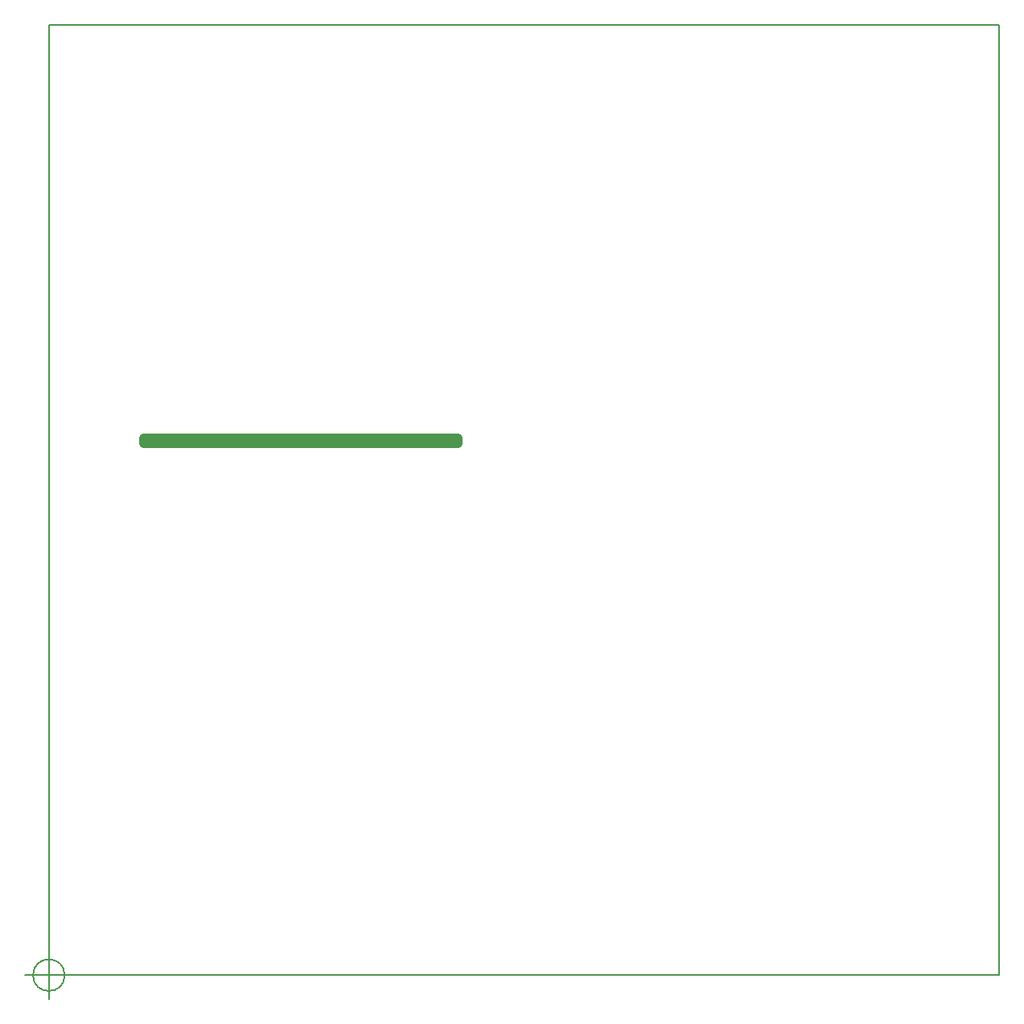
<source format=gbr>
%TF.GenerationSoftware,KiCad,Pcbnew,(5.0.0)*%
%TF.CreationDate,2019-01-09T00:45:42+01:00*%
%TF.ProjectId,KicadEuropower,4B696361644575726F706F7765722E6B,Rev A*%
%TF.SameCoordinates,Original*%
%TF.FileFunction,Profile,NP*%
%FSLAX46Y46*%
G04 Gerber Fmt 4.6, Leading zero omitted, Abs format (unit mm)*
G04 Created by KiCad (PCBNEW (5.0.0)) date 01/09/19 00:45:42*
%MOMM*%
%LPD*%
G01*
G04 APERTURE LIST*
%ADD10C,1.000000*%
%ADD11C,0.150000*%
%ADD12C,0.200000*%
G04 APERTURE END LIST*
D10*
X10000000Y-44000000D02*
X10000000Y-43500000D01*
X43000000Y-44000000D02*
X10000000Y-44000000D01*
X43000000Y-43500000D02*
X43000000Y-44000000D01*
X10000000Y-43500000D02*
X43000000Y-43500000D01*
D11*
X1666666Y-100000000D02*
G75*
G03X1666666Y-100000000I-1666666J0D01*
G01*
X-2500000Y-100000000D02*
X2500000Y-100000000D01*
X0Y-97500000D02*
X0Y-102500000D01*
D12*
X100000000Y0D02*
X0Y0D01*
X100000000Y-100000000D02*
X100000000Y0D01*
X0Y-100000000D02*
X100000000Y-100000000D01*
X0Y0D02*
X0Y-100000000D01*
M02*

</source>
